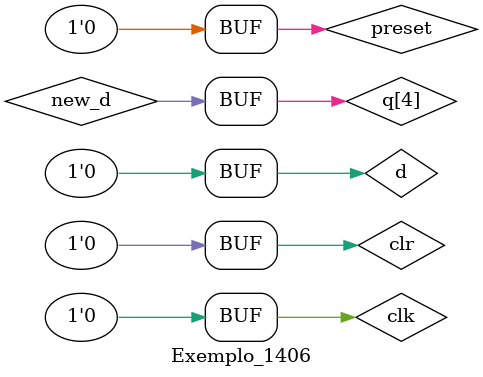
<source format=v>
/*
 Exemplo_1406.v - v0.0. - 05 / 11 / 2022
 Autor    : Gabriel Vargas Bento de Souza
 Matricula: 778023
 */

`include "FlipFlops.v"

/**
  Main
 */
module Exemplo_1406;
   wire q[4:0];       // q
   wire qnot[4:0];    // qnot
   reg  d;            // d (input)
   wire new_d;        // d       
   reg  clk;          // clock
   reg  preset;       // 1
   reg  clr;          // clear
   
   // instancias
   or  OR_1 (new_d, d, q[4]);

   dff D_1  (q[4], qnot[4], q[3],  clk, preset, clr);
   dff D_2  (q[3], qnot[3], q[2],  clk, preset, clr);
   dff D_3  (q[2], qnot[2], q[1],  clk, preset, clr);
   dff D_4  (q[1], qnot[1], q[0],  clk, preset, clr);
   dff D_5  (q[0], qnot[0], new_d, clk, preset, clr);

   
   // valores iniciais
   initial begin: start
      d       = 1'bx;
      clk     = 1'b0;
      //preset  = 1'b1;
      clr     = 1'b0;
   end

   // parte principal
   initial begin: main
       $display("Gabriel Vargas Bento de Souza - 778023");
       $display("Exemplo_1406");
       $display("\n(Left) 'Ring' Register - 5 bits - preset[11111]\n");

       // monitoramento
       $display(" data a b c d e");
       $monitor(" %2b   %b %b %b %b %b", 
                 d, q[4], q[3], q[2], q[1], q[0]);

       // sinalizacao
           clk = ~clk; clk = ~clk;
       #1  clk = ~clk; clk = ~clk; d = 1'b1; preset = 1'b0;
       #1  clk = ~clk; clk = ~clk; d = 1'b0;
       #1  clk = ~clk; clk = ~clk; d = 1'b1;
       #1  clk = ~clk; clk = ~clk; d = 1'b1;
       #1  clk = ~clk; clk = ~clk; d = 1'b0;
       #1  clk = ~clk; clk = ~clk; d = 1'b0;
       #1  clk = ~clk; clk = ~clk; d = 1'b1;
       #1  clk = ~clk; clk = ~clk; d = 1'b1;
       #1  clk = ~clk; clk = ~clk; d = 1'b0;
       #1  clk = ~clk; clk = ~clk; d = 1'b0;
       #1  clk = ~clk; clk = ~clk; d = 1'b0;
       #1  clk = ~clk; clk = ~clk; d = 1'b0;
       #1  clk = ~clk; clk = ~clk; d = 1'b0;
       #1  clk = ~clk; clk = ~clk; d = 1'b0;
   end
endmodule // Exemplo_1406

/*
===== COM PRESET =====
gabriel@desktop-ubuntu:~/Desktop/CC-PUC/2periodo/ARQ1/Tarefas/Guia14$ vvp Exemplo_1406.vvp
Gabriel Vargas Bento de Souza - 778023
Exemplo_1406

(Left) 'Ring' Register - 5 bits - preset[11111]

 data a b c d e
  x   1 1 1 1 1
  1   1 1 1 1 1
  0   1 1 1 1 1
  1   1 1 1 1 1
  0   1 1 1 1 1
  1   1 1 1 1 1
  0   1 1 1 1 1

===== SEM PRESET =====
gabriel@desktop-ubuntu:~/Desktop/CC-PUC/2periodo/ARQ1/Tarefas/Guia14$ vvp Exemplo_1406.vvp
Gabriel Vargas Bento de Souza - 778023
Exemplo_1406

(Left) 'Ring' Register - 5 bits - preset[11111]

 data a b c d e
  x   0 0 0 0 0
  1   0 0 0 0 0
  0   0 0 0 0 1
  1   0 0 0 1 0
  1   0 0 1 0 1
  0   0 1 0 1 1
  0   1 0 1 1 0
  1   0 1 1 0 1
  1   1 1 0 1 1
  0   1 0 1 1 1
  0   0 1 1 1 1
  0   1 1 1 1 0
  0   1 1 1 0 1
  0   1 1 0 1 1
  0   1 0 1 1 1
  
  // OBS.: Tal como no logisim, esta' dando erro com preset e nao aceita novos
  // dados.

*/
</source>
